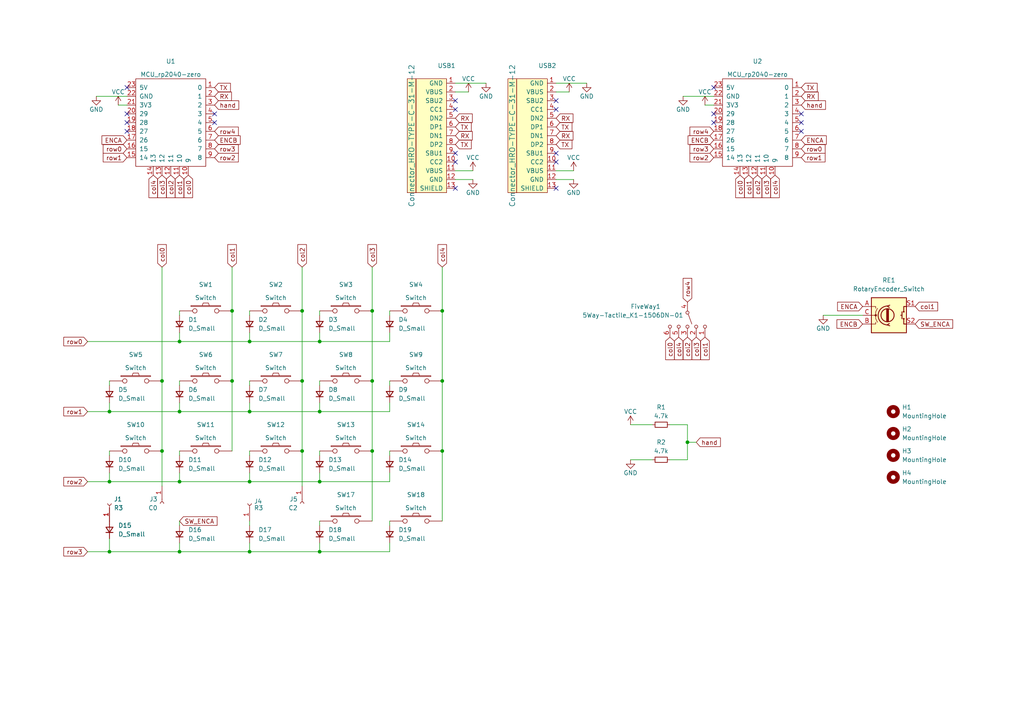
<source format=kicad_sch>
(kicad_sch (version 20230121) (generator eeschema)
  (paper "A4")
  (lib_symbols
    (symbol "Connector:Conn_01x01_Socket" (pin_names (offset 1.016) hide)
      (property "Reference" "J" (at 0 2.54 0))
      (property "Value" "Conn_01x01_Socket" (at 0 -2.54 0))
      (symbol "Conn_01x01_Socket_1_1"
        (polyline (pts (xy -1.27 0) (xy -0.508 0)) (stroke (width 0.1524)))
        (arc (start 0 0.508) (mid -0.5058 0) (end 0 -0.508) (stroke (width 0.1524)))
        (pin passive line (at -5.08 0 0) (length 3.81) (name "Pin_1") (number "1"))
      )
    )
    (symbol "Device:D_Small" (pin_numbers hide) (pin_names (offset 0.254) hide)
      (property "Reference" "D" (at -1.27 2.032 0))
      (property "Value" "D_Small" (at -3.81 -2.032 0))
      (symbol "D_Small_0_1"
        (polyline (pts (xy -0.762 -1.016) (xy -0.762 1.016)) (stroke (width 0.254)))
        (polyline (pts (xy -0.762 0) (xy 0.762 0)))
        (polyline (pts (xy 0.762 -1.016) (xy -0.762 0) (xy 0.762 1.016) (xy 0.762 -1.016)) (stroke (width 0.254)))
      )
      (symbol "D_Small_1_1"
        (pin passive line (at -2.54 0 0) (length 1.778) (name "K") (number "1"))
        (pin passive line (at 2.54 0 180) (length 1.778) (name "A") (number "2"))
      )
    )
    (symbol "Device:R_Small" (pin_numbers hide) (pin_names (offset 0.254) hide)
      (property "Reference" "R" (at 0.762 0.508 0))
      (property "Value" "R_Small" (at 0.762 -1.016 0))
      (symbol "R_Small_0_1"
        (rectangle (start -0.762 1.778) (end 0.762 -1.778) (stroke (width 0.2032)))
      )
      (symbol "R_Small_1_1"
        (pin passive line (at 0 2.54 270) (length 0.762) (name "~") (number "1"))
        (pin passive line (at 0 -2.54 90) (length 0.762) (name "~") (number "2"))
      )
    )
    (symbol "Device:RotaryEncoder_Switch" (pin_names (offset 0.254) hide)
      (property "Reference" "SW" (at 0 6.604 0))
      (property "Value" "RotaryEncoder_Switch" (at 0 -6.604 0))
      (symbol "RotaryEncoder_Switch_0_1"
        (rectangle (start -5.08 5.08) (end 5.08 -5.08) (stroke (width 0.254)) (fill (type background)))
        (circle (center -3.81 0) (radius 0.254) (fill (type outline)))
        (circle (center -0.381 0) (radius 1.905) (stroke (width 0.254)))
        (arc (start -0.381 2.667) (mid -3.0988 -0.0635) (end -0.381 -2.794) (stroke (width 0.254)))
        (polyline (pts (xy -0.635 -1.778) (xy -0.635 1.778)) (stroke (width 0.254)))
        (polyline (pts (xy -0.381 -1.778) (xy -0.381 1.778)) (stroke (width 0.254)))
        (polyline (pts (xy -0.127 1.778) (xy -0.127 -1.778)) (stroke (width 0.254)))
        (polyline (pts (xy 3.81 0) (xy 3.429 0)) (stroke (width 0.254)))
        (polyline (pts (xy 3.81 1.016) (xy 3.81 -1.016)) (stroke (width 0.254)))
        (polyline (pts (xy -5.08 -2.54) (xy -3.81 -2.54) (xy -3.81 -2.032)))
        (polyline (pts (xy -5.08 2.54) (xy -3.81 2.54) (xy -3.81 2.032)))
        (polyline (pts (xy 0.254 -3.048) (xy -0.508 -2.794) (xy 0.127 -2.413)) (stroke (width 0.254)))
        (polyline (pts (xy 0.254 2.921) (xy -0.508 2.667) (xy 0.127 2.286)) (stroke (width 0.254)))
        (polyline (pts (xy 5.08 -2.54) (xy 4.318 -2.54) (xy 4.318 -1.016)) (stroke (width 0.254)))
        (polyline (pts (xy 5.08 2.54) (xy 4.318 2.54) (xy 4.318 1.016)) (stroke (width 0.254)))
        (polyline (pts (xy -5.08 0) (xy -3.81 0) (xy -3.81 -1.016) (xy -3.302 -2.032)))
        (polyline (pts (xy -4.318 0) (xy -3.81 0) (xy -3.81 1.016) (xy -3.302 2.032)))
        (circle (center 4.318 -1.016) (radius 0.127) (stroke (width 0.254)))
        (circle (center 4.318 1.016) (radius 0.127) (stroke (width 0.254)))
      )
      (symbol "RotaryEncoder_Switch_1_1"
        (pin passive line (at -7.62 2.54 0) (length 2.54) (name "A") (number "A"))
        (pin passive line (at -7.62 -2.54 0) (length 2.54) (name "B") (number "B"))
        (pin passive line (at -7.62 0 0) (length 2.54) (name "C") (number "C"))
        (pin passive line (at 7.62 2.54 180) (length 2.54) (name "S1") (number "S1"))
        (pin passive line (at 7.62 -2.54 180) (length 2.54) (name "S2") (number "S2"))
      )
    )
    (symbol "Mechanical:MountingHole" (pin_names (offset 1.016))
      (property "Reference" "H" (at 0 5.08 0))
      (property "Value" "MountingHole" (at 0 3.175 0))
      (symbol "MountingHole_0_1"
        (circle (center 0 0) (radius 1.27) (stroke (width 1.27)))
      )
    )
    (symbol "fingerpunch:5Way-Tactile_K1-1506DN-01" (pin_names (offset 0) hide)
      (property "Reference" "HAT1" (at 0 9.7282 0))
      (property "Value" "5Way-Tactile_K1-1506DN-01" (at 0 7.4168 0))
      (symbol "5Way-Tactile_K1-1506DN-01_0_1"
        (circle (center -2.032 0) (radius 0.4572))
        (polyline (pts (xy -1.524 0.254) (xy 1.27 1.27)))
        (circle (center 2.032 -2.54) (radius 0.4572))
        (circle (center 2.032 0) (radius 0.4572))
        (circle (center 2.032 2.54) (radius 0.4572))
      )
      (symbol "5Way-Tactile_K1-1506DN-01_1_1"
        (circle (center 2.032 -5.08) (radius 0.4572))
        (circle (center 2.032 5.08) (radius 0.4572))
        (pin passive line (at 5.08 5.08 180) (length 2.54) (name "1") (number "1"))
        (pin passive line (at 5.08 2.54 180) (length 2.54) (name "2") (number "2"))
        (pin passive line (at 5.08 0 180) (length 2.54) (name "3") (number "3"))
        (pin passive line (at -5.08 0 0) (length 2.54) (name "4") (number "4"))
        (pin passive line (at 5.08 -2.54 180) (length 2.54) (name "5") (number "5"))
        (pin passive line (at 5.08 -5.08 180) (length 2.54) (name "6") (number "6"))
      )
    )
    (symbol "power:GND" (power) (pin_names (offset 0))
      (property "Value" "GND" (at 0 -3.81 0))
      (symbol "GND_0_1"
        (polyline (pts (xy 0 0) (xy 0 -1.27) (xy 1.27 -1.27) (xy 0 -2.54) (xy -1.27 -1.27) (xy 0 -1.27)))
      )
      (symbol "GND_1_1"
        (pin power_in line (at 0 0 270) (length 0) hide (name "GND") (number "1"))
      )
    )
    (symbol "power:VCC" (power) (pin_names (offset 0))
      (property "Value" "VCC" (at 0 3.81 0))
      (symbol "VCC_0_1"
        (polyline (pts (xy -0.762 1.27) (xy 0 2.54)))
        (polyline (pts (xy 0 0) (xy 0 2.54)))
        (polyline (pts (xy 0 2.54) (xy 0.762 1.27)))
      )
      (symbol "VCC_1_1"
        (pin power_in line (at 0 0 90) (length 0) hide (name "VCC") (number "1"))
      )
    )
    (symbol "zzkeeb:Connector_HRO-TYPE-C-31-M-12" (pin_names (offset 1.016))
      (property "Reference" "USB" (at -5.08 16.51 0))
      (property "Value" "Connector_HRO-TYPE-C-31-M-12" (at -10.16 -1.27 90))
      (symbol "Connector_HRO-TYPE-C-31-M-12_0_1"
        (rectangle (start -11.43 15.24) (end -8.89 -17.78) (fill (type background)))
        (rectangle (start 0 -17.78) (end -8.89 15.24) (fill (type background)))
      )
      (symbol "Connector_HRO-TYPE-C-31-M-12_1_1"
        (pin input line (at 2.54 13.97 180) (length 2.54) (name "GND") (number "1"))
        (pin input line (at 2.54 -8.89 180) (length 2.54) (name "CC2") (number "10"))
        (pin input line (at 2.54 -11.43 180) (length 2.54) (name "VBUS") (number "11"))
        (pin input line (at 2.54 -13.97 180) (length 2.54) (name "GND") (number "12"))
        (pin input line (at 2.54 -16.51 180) (length 2.54) (name "SHIELD") (number "13"))
        (pin input line (at 2.54 11.43 180) (length 2.54) (name "VBUS") (number "2"))
        (pin input line (at 2.54 8.89 180) (length 2.54) (name "SBU2") (number "3"))
        (pin input line (at 2.54 6.35 180) (length 2.54) (name "CC1") (number "4"))
        (pin input line (at 2.54 3.81 180) (length 2.54) (name "DN2") (number "5"))
        (pin input line (at 2.54 1.27 180) (length 2.54) (name "DP1") (number "6"))
        (pin input line (at 2.54 -1.27 180) (length 2.54) (name "DN1") (number "7"))
        (pin input line (at 2.54 -3.81 180) (length 2.54) (name "DP2") (number "8"))
        (pin input line (at 2.54 -6.35 180) (length 2.54) (name "SBU1") (number "9"))
      )
    )
    (symbol "zzkeeb:MCU_rp2040-zero" (pin_names (offset 1.016))
      (property "Reference" "U" (at 0 15.24 0))
      (property "Value" "MCU_rp2040-zero" (at 0 12.7 0))
      (symbol "MCU_rp2040-zero_0_1"
        (rectangle (start -10.16 11.43) (end 10.16 -13.97))
      )
      (symbol "MCU_rp2040-zero_1_1"
        (pin bidirectional line (at 12.7 8.89 180) (length 2.54) (name "0") (number "1"))
        (pin bidirectional line (at 5.08 -16.51 90) (length 2.54) (name "9") (number "10"))
        (pin bidirectional line (at 2.54 -16.51 90) (length 2.54) (name "10") (number "11"))
        (pin bidirectional line (at 0 -16.51 90) (length 2.54) (name "11") (number "12"))
        (pin bidirectional line (at -2.54 -16.51 90) (length 2.54) (name "12") (number "13"))
        (pin bidirectional line (at -5.08 -16.51 90) (length 2.54) (name "13") (number "14"))
        (pin bidirectional line (at -12.7 -11.43 0) (length 2.54) (name "14") (number "15"))
        (pin bidirectional line (at -12.7 -8.89 0) (length 2.54) (name "15") (number "16"))
        (pin bidirectional line (at -12.7 -6.35 0) (length 2.54) (name "26") (number "17"))
        (pin bidirectional line (at -12.7 -3.81 0) (length 2.54) (name "27") (number "18"))
        (pin bidirectional line (at -12.7 -1.27 0) (length 2.54) (name "28") (number "19"))
        (pin bidirectional line (at 12.7 6.35 180) (length 2.54) (name "1") (number "2"))
        (pin bidirectional line (at -12.7 1.27 0) (length 2.54) (name "29") (number "20"))
        (pin power_out line (at -12.7 3.81 0) (length 2.54) (name "3V3") (number "21"))
        (pin power_out line (at -12.7 6.35 0) (length 2.54) (name "GND") (number "22"))
        (pin power_out line (at -12.7 8.89 0) (length 2.54) (name "5V") (number "23"))
        (pin bidirectional line (at 12.7 3.81 180) (length 2.54) (name "2") (number "3"))
        (pin bidirectional line (at 12.7 1.27 180) (length 2.54) (name "3") (number "4"))
        (pin bidirectional line (at 12.7 -1.27 180) (length 2.54) (name "4") (number "5"))
        (pin bidirectional line (at 12.7 -3.81 180) (length 2.54) (name "5") (number "6"))
        (pin bidirectional line (at 12.7 -6.35 180) (length 2.54) (name "6") (number "7"))
        (pin bidirectional line (at 12.7 -8.89 180) (length 2.54) (name "7") (number "8"))
        (pin bidirectional line (at 12.7 -11.43 180) (length 2.54) (name "8") (number "9"))
      )
    )
    (symbol "zzkeeb:Switch" (pin_numbers hide) (pin_names (offset 1.016) hide)
      (property "Reference" "SW" (at 0 6.35 0))
      (property "Value" "Switch" (at 0 3.81 0))
      (symbol "Switch_0_1"
        (rectangle (start -4.318 1.27) (end 4.318 1.524))
        (polyline (pts (xy -1.016 1.524) (xy -0.762 2.286) (xy 0.762 2.286) (xy 1.016 1.524)))
        (pin passive inverted (at -7.62 0 0) (length 5.08) (name "1") (number "1"))
        (pin passive inverted (at 7.62 0 180) (length 5.08) (name "2") (number "2"))
      )
    )
  )
  (junction (at 128.27 130.81))
  (junction (at 92.71 99.06))
  (junction (at 128.27 90.17))
  (junction (at 72.39 119.38))
  (junction (at 67.31 110.49))
  (junction (at 72.39 139.7))
  (junction (at 107.95 130.81))
  (junction (at 87.63 110.49))
  (junction (at 72.39 160.02))
  (junction (at 52.07 139.7))
  (junction (at 52.07 99.06))
  (junction (at 128.27 110.49))
  (junction (at 67.31 90.17))
  (junction (at 107.95 110.49))
  (junction (at 199.39 128.27))
  (junction (at 31.75 119.38))
  (junction (at 46.99 110.49))
  (junction (at 52.07 160.02))
  (junction (at 92.71 119.38))
  (junction (at 87.63 130.81))
  (junction (at 52.07 119.38))
  (junction (at 92.71 139.7))
  (junction (at 46.99 130.81))
  (junction (at 72.39 99.06))
  (junction (at 87.63 90.17))
  (junction (at 31.75 139.7))
  (junction (at 31.75 160.02))
  (junction (at 107.95 90.17))
  (junction (at 92.71 160.02))
  (no_connect (at 207.01 35.56))
  (no_connect (at 161.29 44.45))
  (no_connect (at 161.29 29.21))
  (no_connect (at 161.29 31.75))
  (no_connect (at 132.08 31.75))
  (no_connect (at 232.41 38.1))
  (no_connect (at 132.08 54.61))
  (no_connect (at 62.23 35.56))
  (no_connect (at 207.01 25.4))
  (no_connect (at 232.41 35.56))
  (no_connect (at 161.29 54.61))
  (no_connect (at 232.41 33.02))
  (no_connect (at 36.83 38.1))
  (no_connect (at 36.83 35.56))
  (no_connect (at 207.01 33.02))
  (no_connect (at 161.29 46.99))
  (no_connect (at 36.83 25.4))
  (no_connect (at 132.08 29.21))
  (no_connect (at 36.83 33.02))
  (no_connect (at 132.08 44.45))
  (no_connect (at 62.23 33.02))
  (no_connect (at 132.08 46.99))
  (wire (pts (xy 132.08 24.13) (xy 140.97 24.13)))
  (wire (pts (xy 72.39 157.48) (xy 72.39 160.02)))
  (wire (pts (xy 52.07 110.49) (xy 52.07 111.76)))
  (wire (pts (xy 46.99 110.49) (xy 46.99 130.81)))
  (wire (pts (xy 128.27 90.17) (xy 128.27 110.49)))
  (wire (pts (xy 72.39 151.13) (xy 72.39 152.4)))
  (wire (pts (xy 194.31 123.19) (xy 199.39 123.19)))
  (wire (pts (xy 107.95 130.81) (xy 107.95 151.13)))
  (wire (pts (xy 52.07 160.02) (xy 72.39 160.02)))
  (wire (pts (xy 182.88 133.35) (xy 189.23 133.35)))
  (wire (pts (xy 92.71 130.81) (xy 92.71 132.08)))
  (wire (pts (xy 25.4 139.7) (xy 31.75 139.7)))
  (wire (pts (xy 161.29 49.53) (xy 166.37 49.53)))
  (wire (pts (xy 72.39 110.49) (xy 72.39 111.76)))
  (wire (pts (xy 52.07 151.13) (xy 52.07 152.4)))
  (wire (pts (xy 67.31 110.49) (xy 67.31 130.81)))
  (wire (pts (xy 92.71 90.17) (xy 92.71 91.44)))
  (wire (pts (xy 31.75 139.7) (xy 52.07 139.7)))
  (wire (pts (xy 52.07 130.81) (xy 52.07 132.08)))
  (wire (pts (xy 113.03 137.16) (xy 113.03 139.7)))
  (wire (pts (xy 52.07 137.16) (xy 52.07 139.7)))
  (wire (pts (xy 128.27 110.49) (xy 128.27 130.81)))
  (wire (pts (xy 113.03 110.49) (xy 113.03 111.76)))
  (wire (pts (xy 201.93 128.27) (xy 199.39 128.27)))
  (wire (pts (xy 92.71 96.52) (xy 92.71 99.06)))
  (wire (pts (xy 25.4 119.38) (xy 31.75 119.38)))
  (wire (pts (xy 25.4 99.06) (xy 52.07 99.06)))
  (wire (pts (xy 52.07 99.06) (xy 72.39 99.06)))
  (wire (pts (xy 87.63 90.17) (xy 87.63 110.49)))
  (wire (pts (xy 72.39 116.84) (xy 72.39 119.38)))
  (wire (pts (xy 107.95 77.47) (xy 107.95 90.17)))
  (wire (pts (xy 52.07 116.84) (xy 52.07 119.38)))
  (wire (pts (xy 72.39 139.7) (xy 92.71 139.7)))
  (wire (pts (xy 132.08 52.07) (xy 137.16 52.07)))
  (wire (pts (xy 87.63 110.49) (xy 87.63 130.81)))
  (wire (pts (xy 31.75 160.02) (xy 52.07 160.02)))
  (wire (pts (xy 87.63 77.47) (xy 87.63 90.17)))
  (wire (pts (xy 92.71 116.84) (xy 92.71 119.38)))
  (wire (pts (xy 161.29 52.07) (xy 166.37 52.07)))
  (wire (pts (xy 132.08 26.67) (xy 135.89 26.67)))
  (wire (pts (xy 92.71 160.02) (xy 113.03 160.02)))
  (wire (pts (xy 34.29 30.48) (xy 36.83 30.48)))
  (wire (pts (xy 27.94 27.94) (xy 36.83 27.94)))
  (wire (pts (xy 31.75 110.49) (xy 31.75 111.76)))
  (wire (pts (xy 199.39 128.27) (xy 199.39 133.35)))
  (wire (pts (xy 67.31 90.17) (xy 67.31 110.49)))
  (wire (pts (xy 113.03 157.48) (xy 113.03 160.02)))
  (wire (pts (xy 52.07 157.48) (xy 52.07 160.02)))
  (wire (pts (xy 132.08 49.53) (xy 137.16 49.53)))
  (wire (pts (xy 198.12 27.94) (xy 207.01 27.94)))
  (wire (pts (xy 72.39 96.52) (xy 72.39 99.06)))
  (wire (pts (xy 92.71 151.13) (xy 92.71 152.4)))
  (wire (pts (xy 72.39 130.81) (xy 72.39 132.08)))
  (wire (pts (xy 31.75 116.84) (xy 31.75 119.38)))
  (wire (pts (xy 31.75 130.81) (xy 31.75 132.08)))
  (wire (pts (xy 72.39 160.02) (xy 92.71 160.02)))
  (wire (pts (xy 46.99 130.81) (xy 46.99 140.97)))
  (wire (pts (xy 72.39 99.06) (xy 92.71 99.06)))
  (wire (pts (xy 128.27 77.47) (xy 128.27 90.17)))
  (wire (pts (xy 92.71 99.06) (xy 113.03 99.06)))
  (wire (pts (xy 107.95 90.17) (xy 107.95 110.49)))
  (wire (pts (xy 52.07 119.38) (xy 72.39 119.38)))
  (wire (pts (xy 31.75 137.16) (xy 31.75 139.7)))
  (wire (pts (xy 113.03 130.81) (xy 113.03 132.08)))
  (wire (pts (xy 161.29 24.13) (xy 170.18 24.13)))
  (wire (pts (xy 52.07 139.7) (xy 72.39 139.7)))
  (wire (pts (xy 128.27 130.81) (xy 128.27 151.13)))
  (wire (pts (xy 107.95 110.49) (xy 107.95 130.81)))
  (wire (pts (xy 72.39 137.16) (xy 72.39 139.7)))
  (wire (pts (xy 31.75 156.21) (xy 31.75 160.02)))
  (wire (pts (xy 52.07 90.17) (xy 52.07 91.44)))
  (wire (pts (xy 161.29 26.67) (xy 165.1 26.67)))
  (wire (pts (xy 92.71 157.48) (xy 92.71 160.02)))
  (wire (pts (xy 92.71 119.38) (xy 113.03 119.38)))
  (wire (pts (xy 199.39 123.19) (xy 199.39 128.27)))
  (wire (pts (xy 113.03 96.52) (xy 113.03 99.06)))
  (wire (pts (xy 113.03 151.13) (xy 113.03 152.4)))
  (wire (pts (xy 46.99 77.47) (xy 46.99 110.49)))
  (wire (pts (xy 189.23 123.19) (xy 182.88 123.19)))
  (wire (pts (xy 92.71 137.16) (xy 92.71 139.7)))
  (wire (pts (xy 113.03 116.84) (xy 113.03 119.38)))
  (wire (pts (xy 72.39 119.38) (xy 92.71 119.38)))
  (wire (pts (xy 92.71 139.7) (xy 113.03 139.7)))
  (wire (pts (xy 67.31 77.47) (xy 67.31 90.17)))
  (wire (pts (xy 87.63 130.81) (xy 87.63 140.97)))
  (wire (pts (xy 92.71 110.49) (xy 92.71 111.76)))
  (wire (pts (xy 113.03 90.17) (xy 113.03 91.44)))
  (wire (pts (xy 199.39 133.35) (xy 194.31 133.35)))
  (wire (pts (xy 31.75 119.38) (xy 52.07 119.38)))
  (wire (pts (xy 52.07 96.52) (xy 52.07 99.06)))
  (wire (pts (xy 204.47 30.48) (xy 207.01 30.48)))
  (wire (pts (xy 72.39 90.17) (xy 72.39 91.44)))
  (wire (pts (xy 25.4 160.02) (xy 31.75 160.02)))
  (wire (pts (xy 250.19 91.44) (xy 238.76 91.44)))
  (global_label "row4" (shape input) (at 62.23 38.1 0) (property "Intersheetrefs" "${INTERSHEET_REFS}" (effects hide)))
  (global_label "col1" (shape input) (at 204.47 97.79 270) (property "Intersheetrefs" "${INTERSHEET_REFS}" (effects hide)))
  (global_label "col3" (shape input) (at 201.93 97.79 270) (property "Intersheetrefs" "${INTERSHEET_REFS}" (effects hide)))
  (global_label "col4" (shape input) (at 128.27 77.47 90) (property "Intersheetrefs" "${INTERSHEET_REFS}" (effects hide)))
  (global_label "TX" (shape input) (at 161.29 36.83 0) (property "Intersheetrefs" "${INTERSHEET_REFS}" (effects hide)))
  (global_label "col0" (shape input) (at 214.63 50.8 270) (property "Intersheetrefs" "${INTERSHEET_REFS}" (effects hide)))
  (global_label "hand" (shape input) (at 232.41 30.48 0) (property "Intersheetrefs" "${INTERSHEET_REFS}" (effects hide)))
  (global_label "col1" (shape input) (at 52.07 50.8 270) (property "Intersheetrefs" "${INTERSHEET_REFS}" (effects hide)))
  (global_label "SW_ENCA" (shape input) (at 265.43 93.98 0) (property "Intersheetrefs" "${INTERSHEET_REFS}" (effects hide)))
  (global_label "col4" (shape input) (at 44.45 50.8 270) (property "Intersheetrefs" "${INTERSHEET_REFS}" (effects hide)))
  (global_label "TX" (shape input) (at 62.23 25.4 0) (property "Intersheetrefs" "${INTERSHEET_REFS}" (effects hide)))
  (global_label "col1" (shape input) (at 67.31 77.47 90) (property "Intersheetrefs" "${INTERSHEET_REFS}" (effects hide)))
  (global_label "SW_ENCA" (shape input) (at 52.07 151.13 0) (property "Intersheetrefs" "${INTERSHEET_REFS}" (effects hide)))
  (global_label "row2" (shape input) (at 62.23 45.72 0) (property "Intersheetrefs" "${INTERSHEET_REFS}" (effects hide)))
  (global_label "row4" (shape input) (at 207.01 38.1 180) (property "Intersheetrefs" "${INTERSHEET_REFS}" (effects hide)))
  (global_label "ENCA" (shape input) (at 250.19 88.9 180) (property "Intersheetrefs" "${INTERSHEET_REFS}" (effects hide)))
  (global_label "col2" (shape input) (at 49.53 50.8 270) (property "Intersheetrefs" "${INTERSHEET_REFS}" (effects hide)))
  (global_label "hand" (shape input) (at 201.93 128.27 0) (property "Intersheetrefs" "${INTERSHEET_REFS}" (effects hide)))
  (global_label "ENCB" (shape input) (at 250.19 93.98 180) (property "Intersheetrefs" "${INTERSHEET_REFS}" (effects hide)))
  (global_label "row0" (shape input) (at 25.4 99.06 180) (property "Intersheetrefs" "${INTERSHEET_REFS}" (effects hide)))
  (global_label "col1" (shape input) (at 265.43 88.9 0) (property "Intersheetrefs" "${INTERSHEET_REFS}" (effects hide)))
  (global_label "RX" (shape input) (at 161.29 39.37 0) (property "Intersheetrefs" "${INTERSHEET_REFS}" (effects hide)))
  (global_label "ENCB" (shape input) (at 62.23 40.64 0) (property "Intersheetrefs" "${INTERSHEET_REFS}" (effects hide)))
  (global_label "RX" (shape input) (at 132.08 34.29 0) (property "Intersheetrefs" "${INTERSHEET_REFS}" (effects hide)))
  (global_label "RX" (shape input) (at 161.29 34.29 0) (property "Intersheetrefs" "${INTERSHEET_REFS}" (effects hide)))
  (global_label "col4" (shape input) (at 196.85 97.79 270) (property "Intersheetrefs" "${INTERSHEET_REFS}" (effects hide)))
  (global_label "row3" (shape input) (at 207.01 43.18 180) (property "Intersheetrefs" "${INTERSHEET_REFS}" (effects hide)))
  (global_label "col4" (shape input) (at 224.79 50.8 270) (property "Intersheetrefs" "${INTERSHEET_REFS}" (effects hide)))
  (global_label "RX" (shape input) (at 232.41 27.94 0) (property "Intersheetrefs" "${INTERSHEET_REFS}" (effects hide)))
  (global_label "row2" (shape input) (at 207.01 45.72 180) (property "Intersheetrefs" "${INTERSHEET_REFS}" (effects hide)))
  (global_label "col0" (shape input) (at 194.31 97.79 270) (property "Intersheetrefs" "${INTERSHEET_REFS}" (effects hide)))
  (global_label "row2" (shape input) (at 25.4 139.7 180) (property "Intersheetrefs" "${INTERSHEET_REFS}" (effects hide)))
  (global_label "col3" (shape input) (at 107.95 77.47 90) (property "Intersheetrefs" "${INTERSHEET_REFS}" (effects hide)))
  (global_label "col2" (shape input) (at 87.63 77.47 90) (property "Intersheetrefs" "${INTERSHEET_REFS}" (effects hide)))
  (global_label "TX" (shape input) (at 161.29 41.91 0) (property "Intersheetrefs" "${INTERSHEET_REFS}" (effects hide)))
  (global_label "row3" (shape input) (at 25.4 160.02 180) (property "Intersheetrefs" "${INTERSHEET_REFS}" (effects hide)))
  (global_label "row3" (shape input) (at 62.23 43.18 0) (property "Intersheetrefs" "${INTERSHEET_REFS}" (effects hide)))
  (global_label "row4" (shape input) (at 199.39 87.63 90) (property "Intersheetrefs" "${INTERSHEET_REFS}" (effects hide)))
  (global_label "row1" (shape input) (at 36.83 45.72 180) (property "Intersheetrefs" "${INTERSHEET_REFS}" (effects hide)))
  (global_label "col0" (shape input) (at 46.99 77.47 90) (property "Intersheetrefs" "${INTERSHEET_REFS}" (effects hide)))
  (global_label "ENCA" (shape input) (at 36.83 40.64 180) (property "Intersheetrefs" "${INTERSHEET_REFS}" (effects hide)))
  (global_label "col1" (shape input) (at 217.17 50.8 270) (property "Intersheetrefs" "${INTERSHEET_REFS}" (effects hide)))
  (global_label "RX" (shape input) (at 132.08 39.37 0) (property "Intersheetrefs" "${INTERSHEET_REFS}" (effects hide)))
  (global_label "row0" (shape input) (at 232.41 43.18 0) (property "Intersheetrefs" "${INTERSHEET_REFS}" (effects hide)))
  (global_label "ENCA" (shape input) (at 232.41 40.64 0) (property "Intersheetrefs" "${INTERSHEET_REFS}" (effects hide)))
  (global_label "TX" (shape input) (at 232.41 25.4 0) (property "Intersheetrefs" "${INTERSHEET_REFS}" (effects hide)))
  (global_label "col2" (shape input) (at 219.71 50.8 270) (property "Intersheetrefs" "${INTERSHEET_REFS}" (effects hide)))
  (global_label "hand" (shape input) (at 62.23 30.48 0) (property "Intersheetrefs" "${INTERSHEET_REFS}" (effects hide)))
  (global_label "row1" (shape input) (at 25.4 119.38 180) (property "Intersheetrefs" "${INTERSHEET_REFS}" (effects hide)))
  (global_label "TX" (shape input) (at 132.08 41.91 0) (property "Intersheetrefs" "${INTERSHEET_REFS}" (effects hide)))
  (global_label "TX" (shape input) (at 132.08 36.83 0) (property "Intersheetrefs" "${INTERSHEET_REFS}" (effects hide)))
  (global_label "col3" (shape input) (at 46.99 50.8 270) (property "Intersheetrefs" "${INTERSHEET_REFS}" (effects hide)))
  (global_label "col2" (shape input) (at 199.39 97.79 270) (property "Intersheetrefs" "${INTERSHEET_REFS}" (effects hide)))
  (global_label "ENCB" (shape input) (at 207.01 40.64 180) (property "Intersheetrefs" "${INTERSHEET_REFS}" (effects hide)))
  (global_label "RX" (shape input) (at 62.23 27.94 0) (property "Intersheetrefs" "${INTERSHEET_REFS}" (effects hide)))
  (global_label "row0" (shape input) (at 36.83 43.18 180) (property "Intersheetrefs" "${INTERSHEET_REFS}" (effects hide)))
  (global_label "col3" (shape input) (at 222.25 50.8 270) (property "Intersheetrefs" "${INTERSHEET_REFS}" (effects hide)))
  (global_label "col0" (shape input) (at 54.61 50.8 270) (property "Intersheetrefs" "${INTERSHEET_REFS}" (effects hide)))
  (global_label "row1" (shape input) (at 232.41 45.72 0) (property "Intersheetrefs" "${INTERSHEET_REFS}" (effects hide)))
  (symbol (lib_id "zzkeeb:Switch") (at 100.33 151.13 0) (unit 1)
    (property "Reference" "SW17" (at 100.33 143.51 0))
    (property "Value" "Switch" (at 100.33 147.32 0))
    (property "Footprint" "zzkeeb:Switch_KS-miny-reversible-hotswap-south" (effects hide))
  )
  (symbol (lib_id "power:VCC") (at 182.88 123.19 0) (unit 1)
    (property "Reference" "#PWR09" (effects hide))
    (property "Value" "VCC" (at 182.88 119.38 0))
  )
  (symbol (lib_id "Device:D_Small") (at 92.71 134.62 90) (unit 1)
    (property "Reference" "D13" (at 95.25 133.3499 90) (effects (justify right)))
    (property "Value" "D_Small" (at 95.25 135.8899 90) (effects (justify right)))
    (property "Footprint" "zzkeeb:Diode_1N4148-SOD123-no-label-reversible-flip3d" (effects hide))
  )
  (symbol (lib_id "Device:D_Small") (at 72.39 93.98 90) (unit 1)
    (property "Reference" "D2" (at 74.93 92.7099 90) (effects (justify right)))
    (property "Value" "D_Small" (at 74.93 95.2499 90) (effects (justify right)))
    (property "Footprint" "zzkeeb:Diode_1N4148-SOD123-no-label-reversible-flip3d" (effects hide))
  )
  (symbol (lib_id "Device:D_Small") (at 92.71 154.94 90) (unit 1)
    (property "Reference" "D18" (at 95.25 153.6699 90) (effects (justify right)))
    (property "Value" "D_Small" (at 95.25 156.2099 90) (effects (justify right)))
    (property "Footprint" "zzkeeb:Diode_1N4148-SOD123-no-label-reversible-flip3d" (effects hide))
  )
  (symbol (lib_id "power:GND") (at 170.18 24.13 0) (mirror y) (unit 1)
    (property "Reference" "#PWR05" (effects hide))
    (property "Value" "GND" (at 170.18 27.94 0))
  )
  (symbol (lib_id "power:VCC") (at 34.29 30.48 0) (unit 1)
    (property "Reference" "#PWR0113" (effects hide))
    (property "Value" "VCC" (at 34.29 26.67 0))
  )
  (symbol (lib_id "zzkeeb:Switch") (at 120.65 110.49 0) (unit 1)
    (property "Reference" "SW9" (at 120.65 102.87 0))
    (property "Value" "Switch" (at 120.65 106.68 0))
    (property "Footprint" "zzkeeb:Switch_MX-hotswap-miny-reversible" (effects hide))
  )
  (symbol (lib_id "Device:D_Small") (at 52.07 114.3 90) (unit 1)
    (property "Reference" "D6" (at 54.61 113.0299 90) (effects (justify right)))
    (property "Value" "D_Small" (at 54.61 115.5699 90) (effects (justify right)))
    (property "Footprint" "zzkeeb:Diode_1N4148-SOD123-no-label-reversible-flip3d" (effects hide))
  )
  (symbol (lib_id "Device:D_Small") (at 52.07 134.62 90) (unit 1)
    (property "Reference" "D11" (at 54.61 133.3499 90) (effects (justify right)))
    (property "Value" "D_Small" (at 54.61 135.8899 90) (effects (justify right)))
    (property "Footprint" "zzkeeb:Diode_1N4148-SOD123-no-label-reversible-flip3d" (effects hide))
  )
  (symbol (lib_id "zzkeeb:Switch") (at 59.69 110.49 0) (unit 1)
    (property "Reference" "SW6" (at 59.69 102.87 0))
    (property "Value" "Switch" (at 59.69 106.68 0))
    (property "Footprint" "zzkeeb:Switch_MX-hotswap-miny-reversible" (effects hide))
  )
  (symbol (lib_id "zzkeeb:Switch") (at 80.01 110.49 0) (unit 1)
    (property "Reference" "SW7" (at 80.01 102.87 0))
    (property "Value" "Switch" (at 80.01 106.68 0))
    (property "Footprint" "zzkeeb:Switch_MX-hotswap-miny-reversible" (effects hide))
  )
  (symbol (lib_id "zzkeeb:Switch") (at 120.65 90.17 0) (unit 1)
    (property "Reference" "SW4" (at 120.65 82.55 0))
    (property "Value" "Switch" (at 120.65 86.36 0))
    (property "Footprint" "zzkeeb:Switch_MX-hotswap-miny-reversible" (effects hide))
  )
  (symbol (lib_id "Device:D_Small") (at 72.39 114.3 90) (unit 1)
    (property "Reference" "D7" (at 74.93 113.0299 90) (effects (justify right)))
    (property "Value" "D_Small" (at 74.93 115.5699 90) (effects (justify right)))
    (property "Footprint" "zzkeeb:Diode_1N4148-SOD123-no-label-reversible-flip3d" (effects hide))
  )
  (symbol (lib_id "zzkeeb:MCU_rp2040-zero") (at 49.53 34.29 0) (unit 1)
    (property "Reference" "U1" (at 49.53 17.78 0))
    (property "Value" "MCU_rp2040-zero" (at 49.53 21.59 0))
    (property "Footprint" "zzkeeb:MCU_rp2040-zero-smd" (effects hide))
  )
  (symbol (lib_id "Device:D_Small") (at 31.75 114.3 90) (unit 1)
    (property "Reference" "D5" (at 34.29 113.0299 90) (effects (justify right)))
    (property "Value" "D_Small" (at 34.29 115.5699 90) (effects (justify right)))
    (property "Footprint" "zzkeeb:Diode_1N4148-SOD123-no-label-reversible-flip3d" (effects hide))
  )
  (symbol (lib_id "zzkeeb:MCU_rp2040-zero") (at 219.71 34.29 0) (unit 1)
    (property "Reference" "U2" (at 219.71 17.78 0))
    (property "Value" "MCU_rp2040-zero" (at 219.71 21.59 0))
    (property "Footprint" "zzkeeb:MCU_rp2040-zero-smd" (effects hide))
  )
  (symbol (lib_id "power:GND") (at 166.37 52.07 0) (mirror y) (unit 1)
    (property "Reference" "#PWR08" (effects hide))
    (property "Value" "GND" (at 166.37 55.88 0))
  )
  (symbol (lib_id "zzkeeb:Switch") (at 80.01 130.81 0) (unit 1)
    (property "Reference" "SW12" (at 80.01 123.19 0))
    (property "Value" "Switch" (at 80.01 127 0))
    (property "Footprint" "zzkeeb:Switch_MX-hotswap-miny-reversible" (effects hide))
  )
  (symbol (lib_id "power:VCC") (at 166.37 49.53 0) (unit 1)
    (property "Reference" "#PWR07" (effects hide))
    (property "Value" "VCC" (at 166.37 45.72 0))
  )
  (symbol (lib_id "Mechanical:MountingHole") (at 259.08 138.43 0) (unit 1)
    (property "Reference" "H4" (at 261.62 137.1599 0) (effects (justify left)))
    (property "Value" "MountingHole" (at 261.62 139.6999 0) (effects (justify left)))
    (property "Footprint" "zzkeeb:Hole_M2-spacer" (effects hide))
  )
  (symbol (lib_id "Device:D_Small") (at 31.75 134.62 90) (unit 1)
    (property "Reference" "D10" (at 34.29 133.3499 90) (effects (justify right)))
    (property "Value" "D_Small" (at 34.29 135.8899 90) (effects (justify right)))
    (property "Footprint" "zzkeeb:Diode_1N4148-SOD123-no-label-reversible-flip3d" (effects hide))
  )
  (symbol (lib_id "Device:D_Small") (at 113.03 154.94 90) (unit 1)
    (property "Reference" "D19" (at 115.57 153.6699 90) (effects (justify right)))
    (property "Value" "D_Small" (at 115.57 156.2099 90) (effects (justify right)))
    (property "Footprint" "zzkeeb:Diode_1N4148-SOD123-no-label-reversible-flip3d" (effects hide))
  )
  (symbol (lib_id "zzkeeb:Connector_HRO-TYPE-C-31-M-12") (at 129.54 38.1 0) (unit 1)
    (property "Reference" "USB1" (at 129.54 19.05 0))
    (property "Value" "Connector_HRO-TYPE-C-31-M-12" (at 119.38 39.37 90) (effects (font (size 1.524 1.524))))
    (property "Footprint" "zzkeeb:Connector_HRO-TYPE-C-31-M-12-data" (effects hide))
  )
  (symbol (lib_id "zzkeeb:Switch") (at 59.69 90.17 0) (unit 1)
    (property "Reference" "SW1" (at 59.69 82.55 0))
    (property "Value" "Switch" (at 59.69 86.36 0))
    (property "Footprint" "zzkeeb:Switch_MX-hotswap-miny-reversible" (effects hide))
  )
  (symbol (lib_id "zzkeeb:Switch") (at 120.65 130.81 0) (unit 1)
    (property "Reference" "SW14" (at 120.65 123.19 0))
    (property "Value" "Switch" (at 120.65 127 0))
    (property "Footprint" "zzkeeb:Switch_MX-hotswap-miny-reversible" (effects hide))
  )
  (symbol (lib_id "zzkeeb:Switch") (at 100.33 130.81 0) (unit 1)
    (property "Reference" "SW13" (at 100.33 123.19 0))
    (property "Value" "Switch" (at 100.33 127 0))
    (property "Footprint" "zzkeeb:Switch_MX-hotswap-miny-reversible" (effects hide))
  )
  (symbol (lib_id "Device:D_Small") (at 31.75 153.67 90) (unit 1)
    (property "Reference" "D15" (at 34.29 152.3999 90) (effects (justify right)))
    (property "Value" "D_Small" (at 34.29 154.9399 90) (effects (justify right)))
    (property "Footprint" "zzkeeb:Diode_1N4148-SOD123-no-label-reversible-flip3d" (effects hide))
  )
  (symbol (lib_id "Device:D_Small") (at 72.39 154.94 90) (unit 1)
    (property "Reference" "D17" (at 74.93 153.6699 90) (effects (justify right)))
    (property "Value" "D_Small" (at 74.93 156.2099 90) (effects (justify right)))
    (property "Footprint" "zzkeeb:Diode_1N4148-SOD123-no-label-reversible-flip3d" (effects hide))
  )
  (symbol (lib_id "zzkeeb:Switch") (at 100.33 110.49 0) (unit 1)
    (property "Reference" "SW8" (at 100.33 102.87 0))
    (property "Value" "Switch" (at 100.33 106.68 0))
    (property "Footprint" "zzkeeb:Switch_MX-hotswap-miny-reversible" (effects hide))
  )
  (symbol (lib_id "Device:R_Small") (at 191.77 133.35 90) (unit 1)
    (property "Reference" "R2" (at 191.77 128.27 90))
    (property "Value" "4.7k" (at 191.77 130.81 90))
    (property "Footprint" "Resistor_SMD:R_1206_3216Metric_Pad1.30x1.75mm_HandSolder" (effects hide))
  )
  (symbol (lib_id "Device:D_Small") (at 52.07 93.98 90) (unit 1)
    (property "Reference" "D1" (at 54.61 92.7099 90) (effects (justify right)))
    (property "Value" "D_Small" (at 54.61 95.2499 90) (effects (justify right)))
    (property "Footprint" "zzkeeb:Diode_1N4148-SOD123-no-label-reversible-flip3d" (effects hide))
  )
  (symbol (lib_id "zzkeeb:Switch") (at 39.37 130.81 0) (unit 1)
    (property "Reference" "SW10" (at 39.37 123.19 0))
    (property "Value" "Switch" (at 39.37 127 0))
    (property "Footprint" "zzkeeb:Switch_MX-hotswap-miny-reversible" (effects hide))
  )
  (symbol (lib_id "power:VCC") (at 204.47 30.48 0) (unit 1)
    (property "Reference" "#PWR0105" (effects hide))
    (property "Value" "VCC" (at 204.47 26.67 0))
  )
  (symbol (lib_id "Device:D_Small") (at 92.71 114.3 90) (unit 1)
    (property "Reference" "D8" (at 95.25 113.0299 90) (effects (justify right)))
    (property "Value" "D_Small" (at 95.25 115.5699 90) (effects (justify right)))
    (property "Footprint" "zzkeeb:Diode_1N4148-SOD123-no-label-reversible-flip3d" (effects hide))
  )
  (symbol (lib_id "zzkeeb:Switch") (at 120.65 151.13 0) (unit 1)
    (property "Reference" "SW18" (at 120.65 143.51 0))
    (property "Value" "Switch" (at 120.65 147.32 0))
    (property "Footprint" "zzkeeb:Switch_KS-miny-reversible-hotswap-south" (effects hide))
  )
  (symbol (lib_id "power:VCC") (at 137.16 49.53 0) (unit 1)
    (property "Reference" "#PWR03" (effects hide))
    (property "Value" "VCC" (at 137.16 45.72 0))
  )
  (symbol (lib_id "Device:R_Small") (at 191.77 123.19 90) (unit 1)
    (property "Reference" "R1" (at 191.77 118.11 90))
    (property "Value" "4.7k" (at 191.77 120.65 90))
    (property "Footprint" "Resistor_SMD:R_1206_3216Metric_Pad1.30x1.75mm_HandSolder" (effects hide))
  )
  (symbol (lib_id "Device:D_Small") (at 72.39 134.62 90) (unit 1)
    (property "Reference" "D12" (at 74.93 133.3499 90) (effects (justify right)))
    (property "Value" "D_Small" (at 74.93 135.8899 90) (effects (justify right)))
    (property "Footprint" "zzkeeb:Diode_1N4148-SOD123-no-label-reversible-flip3d" (effects hide))
  )
  (symbol (lib_id "Mechanical:MountingHole") (at 259.08 132.08 0) (unit 1)
    (property "Reference" "H3" (at 261.62 130.8099 0) (effects (justify left)))
    (property "Value" "MountingHole" (at 261.62 133.3499 0) (effects (justify left)))
    (property "Footprint" "zzkeeb:Hole_M2-spacer" (effects hide))
  )
  (symbol (lib_id "Connector:Conn_01x01_Socket") (at 31.75 146.05 90) (unit 1)
    (property "Reference" "J1" (at 33.02 144.78 90) (effects (justify right)))
    (property "Value" "R3" (at 33.02 147.32 90) (effects (justify right)))
    (property "Footprint" "Connector_PinHeader_2.54mm:PinHeader_1x01_P2.54mm_Vertical" (effects hide))
  )
  (symbol (lib_id "power:VCC") (at 135.89 26.67 0) (unit 1)
    (property "Reference" "#PWR02" (effects hide))
    (property "Value" "VCC" (at 135.89 22.86 0))
  )
  (symbol (lib_id "power:GND") (at 182.88 133.35 0) (mirror y) (unit 1)
    (property "Reference" "#PWR010" (effects hide))
    (property "Value" "GND" (at 182.88 137.16 0))
  )
  (symbol (lib_id "power:GND") (at 238.76 91.44 0) (unit 1)
    (property "Reference" "#PWR0110" (effects hide))
    (property "Value" "GND" (at 238.76 95.25 0))
  )
  (symbol (lib_id "Device:RotaryEncoder_Switch") (at 257.81 91.44 0) (unit 1)
    (property "Reference" "RE1" (at 257.81 81.28 0))
    (property "Value" "RotaryEncoder_Switch" (at 257.81 83.82 0))
    (property "Footprint" "zzkeeb:RotaryEncoder_EC11-reversible" (effects hide))
  )
  (symbol (lib_id "Mechanical:MountingHole") (at 259.08 125.73 0) (unit 1)
    (property "Reference" "H2" (at 261.62 124.4599 0) (effects (justify left)))
    (property "Value" "MountingHole" (at 261.62 126.9999 0) (effects (justify left)))
    (property "Footprint" "zzkeeb:Hole_M2-spacer" (effects hide))
  )
  (symbol (lib_id "Device:D_Small") (at 113.03 134.62 90) (unit 1)
    (property "Reference" "D14" (at 115.57 133.3499 90) (effects (justify right)))
    (property "Value" "D_Small" (at 115.57 135.8899 90) (effects (justify right)))
    (property "Footprint" "zzkeeb:Diode_1N4148-SOD123-no-label-reversible-flip3d" (effects hide))
  )
  (symbol (lib_id "Device:D_Small") (at 113.03 114.3 90) (unit 1)
    (property "Reference" "D9" (at 115.57 113.0299 90) (effects (justify right)))
    (property "Value" "D_Small" (at 115.57 115.5699 90) (effects (justify right)))
    (property "Footprint" "zzkeeb:Diode_1N4148-SOD123-no-label-reversible-flip3d" (effects hide))
  )
  (symbol (lib_id "Connector:Conn_01x01_Socket") (at 72.39 146.05 90) (unit 1)
    (property "Reference" "J4" (at 73.66 145.415 90) (effects (justify right)))
    (property "Value" "R3" (at 73.66 147.32 90) (effects (justify right)))
    (property "Footprint" "Connector_PinHeader_2.54mm:PinHeader_1x01_P2.54mm_Vertical" (effects hide))
  )
  (symbol (lib_id "zzkeeb:Switch") (at 80.01 90.17 0) (unit 1)
    (property "Reference" "SW2" (at 80.01 82.55 0))
    (property "Value" "Switch" (at 80.01 86.36 0))
    (property "Footprint" "zzkeeb:Switch_MX-hotswap-miny-reversible" (effects hide))
  )
  (symbol (lib_id "Connector:Conn_01x01_Socket") (at 46.99 146.05 270) (unit 1)
    (property "Reference" "J3" (at 45.72 144.78 90) (effects (justify right)))
    (property "Value" "C0" (at 45.72 147.32 90) (effects (justify right)))
    (property "Footprint" "Connector_PinHeader_2.54mm:PinHeader_1x01_P2.54mm_Vertical" (effects hide))
  )
  (symbol (lib_id "power:GND") (at 198.12 27.94 0) (mirror y) (unit 1)
    (property "Reference" "#PWR0104" (effects hide))
    (property "Value" "GND" (at 198.12 31.75 0))
  )
  (symbol (lib_id "zzkeeb:Switch") (at 100.33 90.17 0) (unit 1)
    (property "Reference" "SW3" (at 100.33 82.55 0))
    (property "Value" "Switch" (at 100.33 86.36 0))
    (property "Footprint" "zzkeeb:Switch_MX-hotswap-miny-reversible" (effects hide))
  )
  (symbol (lib_id "Connector:Conn_01x01_Socket") (at 87.63 146.05 270) (unit 1)
    (property "Reference" "J5" (at 86.36 144.78 90) (effects (justify right)))
    (property "Value" "C2" (at 86.36 147.32 90) (effects (justify right)))
    (property "Footprint" "Connector_PinHeader_2.54mm:PinHeader_1x01_P2.54mm_Vertical" (effects hide))
  )
  (symbol (lib_id "power:GND") (at 140.97 24.13 0) (mirror y) (unit 1)
    (property "Reference" "#PWR01" (effects hide))
    (property "Value" "GND" (at 140.97 27.94 0))
  )
  (symbol (lib_id "power:GND") (at 137.16 52.07 0) (mirror y) (unit 1)
    (property "Reference" "#PWR04" (effects hide))
    (property "Value" "GND" (at 137.16 55.88 0))
  )
  (symbol (lib_id "zzkeeb:Switch") (at 59.69 130.81 0) (unit 1)
    (property "Reference" "SW11" (at 59.69 123.19 0))
    (property "Value" "Switch" (at 59.69 127 0))
    (property "Footprint" "zzkeeb:Switch_MX-hotswap-miny-reversible" (effects hide))
  )
  (symbol (lib_id "power:VCC") (at 165.1 26.67 0) (unit 1)
    (property "Reference" "#PWR06" (effects hide))
    (property "Value" "VCC" (at 165.1 22.86 0))
  )
  (symbol (lib_id "zzkeeb:Switch") (at 39.37 110.49 0) (unit 1)
    (property "Reference" "SW5" (at 39.37 102.87 0))
    (property "Value" "Switch" (at 39.37 106.68 0))
    (property "Footprint" "zzkeeb:Switch_MX-hotswap-miny-reversible" (effects hide))
  )
  (symbol (lib_id "zzkeeb:Connector_HRO-TYPE-C-31-M-12") (at 158.75 38.1 0) (unit 1)
    (property "Reference" "USB2" (at 158.75 19.05 0))
    (property "Value" "Connector_HRO-TYPE-C-31-M-12" (at 148.59 39.37 90) (effects (font (size 1.524 1.524))))
    (property "Footprint" "zzkeeb:Connector_HRO-TYPE-C-31-M-12-data" (effects hide))
  )
  (symbol (lib_id "Device:D_Small") (at 113.03 93.98 90) (unit 1)
    (property "Reference" "D4" (at 115.57 92.7099 90) (effects (justify right)))
    (property "Value" "D_Small" (at 115.57 95.2499 90) (effects (justify right)))
    (property "Footprint" "zzkeeb:Diode_1N4148-SOD123-no-label-reversible-flip3d" (effects hide))
  )
  (symbol (lib_id "power:GND") (at 27.94 27.94 0) (mirror y) (unit 1)
    (property "Reference" "#PWR0114" (effects hide))
    (property "Value" "GND" (at 27.94 31.75 0))
  )
  (symbol (lib_id "Mechanical:MountingHole") (at 259.08 119.38 0) (unit 1)
    (property "Reference" "H1" (at 261.62 118.1099 0) (effects (justify left)))
    (property "Value" "MountingHole" (at 261.62 120.6499 0) (effects (justify left)))
    (property "Footprint" "zzkeeb:Hole_M2-spacer" (effects hide))
  )
  (symbol (lib_id "fingerpunch:5Way-Tactile_K1-1506DN-01") (at 199.39 92.71 270) (unit 1)
    (property "Reference" "FiveWay1" (at 182.88 88.9 90) (effects (justify left)))
    (property "Value" "5Way-Tactile_K1-1506DN-01" (at 168.91 91.44 90) (effects (justify left)))
    (property "Footprint" "zzkeeb:Button_5way" (effects hide))
  )
  (symbol (lib_id "Device:D_Small") (at 92.71 93.98 90) (unit 1)
    (property "Reference" "D3" (at 95.25 92.7099 90) (effects (justify right)))
    (property "Value" "D_Small" (at 95.25 95.2499 90) (effects (justify right)))
    (property "Footprint" "zzkeeb:Diode_1N4148-SOD123-no-label-reversible-flip3d" (effects hide))
  )
  (symbol (lib_id "Device:D_Small") (at 52.07 154.94 90) (unit 1)
    (property "Reference" "D16" (at 54.61 153.6699 90) (effects (justify right)))
    (property "Value" "D_Small" (at 54.61 156.2099 90) (effects (justify right)))
    (property "Footprint" "zzkeeb:Diode_1N4148-SOD123-no-label-reversible-flip3d" (effects hide))
  )
)
</source>
